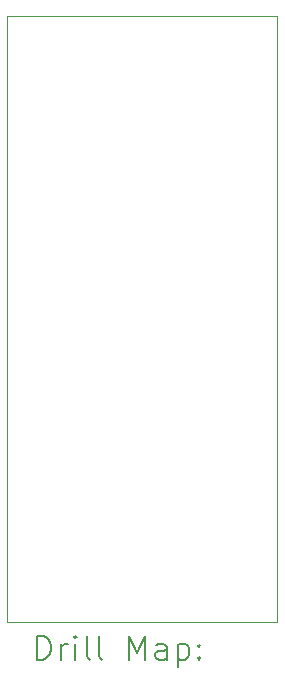
<source format=gbr>
%FSLAX45Y45*%
G04 Gerber Fmt 4.5, Leading zero omitted, Abs format (unit mm)*
G04 Created by KiCad (PCBNEW (6.0.5)) date 2023-10-24 21:01:00*
%MOMM*%
%LPD*%
G01*
G04 APERTURE LIST*
%TA.AperFunction,Profile*%
%ADD10C,0.100000*%
%TD*%
%ADD11C,0.200000*%
G04 APERTURE END LIST*
D10*
X10490200Y-6299200D02*
X12776200Y-6299200D01*
X12776200Y-6299200D02*
X12776200Y-11430000D01*
X12776200Y-11430000D02*
X10490200Y-11430000D01*
X10490200Y-11430000D02*
X10490200Y-6299200D01*
D11*
X10742819Y-11745476D02*
X10742819Y-11545476D01*
X10790438Y-11545476D01*
X10819010Y-11555000D01*
X10838057Y-11574048D01*
X10847581Y-11593095D01*
X10857105Y-11631190D01*
X10857105Y-11659762D01*
X10847581Y-11697857D01*
X10838057Y-11716905D01*
X10819010Y-11735952D01*
X10790438Y-11745476D01*
X10742819Y-11745476D01*
X10942819Y-11745476D02*
X10942819Y-11612143D01*
X10942819Y-11650238D02*
X10952343Y-11631190D01*
X10961867Y-11621667D01*
X10980914Y-11612143D01*
X10999962Y-11612143D01*
X11066629Y-11745476D02*
X11066629Y-11612143D01*
X11066629Y-11545476D02*
X11057105Y-11555000D01*
X11066629Y-11564524D01*
X11076152Y-11555000D01*
X11066629Y-11545476D01*
X11066629Y-11564524D01*
X11190438Y-11745476D02*
X11171390Y-11735952D01*
X11161867Y-11716905D01*
X11161867Y-11545476D01*
X11295200Y-11745476D02*
X11276152Y-11735952D01*
X11266628Y-11716905D01*
X11266628Y-11545476D01*
X11523771Y-11745476D02*
X11523771Y-11545476D01*
X11590438Y-11688333D01*
X11657105Y-11545476D01*
X11657105Y-11745476D01*
X11838057Y-11745476D02*
X11838057Y-11640714D01*
X11828533Y-11621667D01*
X11809486Y-11612143D01*
X11771390Y-11612143D01*
X11752343Y-11621667D01*
X11838057Y-11735952D02*
X11819009Y-11745476D01*
X11771390Y-11745476D01*
X11752343Y-11735952D01*
X11742819Y-11716905D01*
X11742819Y-11697857D01*
X11752343Y-11678809D01*
X11771390Y-11669286D01*
X11819009Y-11669286D01*
X11838057Y-11659762D01*
X11933295Y-11612143D02*
X11933295Y-11812143D01*
X11933295Y-11621667D02*
X11952343Y-11612143D01*
X11990438Y-11612143D01*
X12009486Y-11621667D01*
X12019009Y-11631190D01*
X12028533Y-11650238D01*
X12028533Y-11707381D01*
X12019009Y-11726428D01*
X12009486Y-11735952D01*
X11990438Y-11745476D01*
X11952343Y-11745476D01*
X11933295Y-11735952D01*
X12114248Y-11726428D02*
X12123771Y-11735952D01*
X12114248Y-11745476D01*
X12104724Y-11735952D01*
X12114248Y-11726428D01*
X12114248Y-11745476D01*
X12114248Y-11621667D02*
X12123771Y-11631190D01*
X12114248Y-11640714D01*
X12104724Y-11631190D01*
X12114248Y-11621667D01*
X12114248Y-11640714D01*
M02*

</source>
